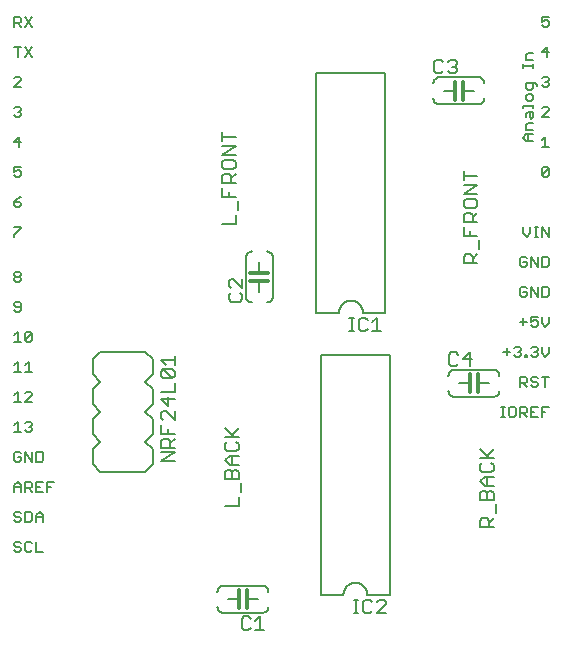
<source format=gto>
G75*
%MOIN*%
%OFA0B0*%
%FSLAX25Y25*%
%IPPOS*%
%LPD*%
%AMOC8*
5,1,8,0,0,1.08239X$1,22.5*
%
%ADD10C,0.00600*%
%ADD11C,0.00500*%
%ADD12C,0.01200*%
D10*
X0020867Y0100824D02*
X0020300Y0101391D01*
X0020867Y0100824D02*
X0022001Y0100824D01*
X0022569Y0101391D01*
X0022569Y0101958D01*
X0022001Y0102525D01*
X0020867Y0102525D01*
X0020300Y0103092D01*
X0020300Y0103659D01*
X0020867Y0104227D01*
X0022001Y0104227D01*
X0022569Y0103659D01*
X0023983Y0103659D02*
X0023983Y0101391D01*
X0024550Y0100824D01*
X0025685Y0100824D01*
X0026252Y0101391D01*
X0027666Y0100824D02*
X0029935Y0100824D01*
X0027666Y0100824D02*
X0027666Y0104227D01*
X0026252Y0103659D02*
X0025685Y0104227D01*
X0024550Y0104227D01*
X0023983Y0103659D01*
X0023983Y0110824D02*
X0025685Y0110824D01*
X0026252Y0111391D01*
X0026252Y0113659D01*
X0025685Y0114227D01*
X0023983Y0114227D01*
X0023983Y0110824D01*
X0022569Y0111391D02*
X0022001Y0110824D01*
X0020867Y0110824D01*
X0020300Y0111391D01*
X0020867Y0112525D02*
X0022001Y0112525D01*
X0022569Y0111958D01*
X0022569Y0111391D01*
X0020867Y0112525D02*
X0020300Y0113092D01*
X0020300Y0113659D01*
X0020867Y0114227D01*
X0022001Y0114227D01*
X0022569Y0113659D01*
X0027666Y0113092D02*
X0027666Y0110824D01*
X0027666Y0112525D02*
X0029935Y0112525D01*
X0029935Y0113092D02*
X0029935Y0110824D01*
X0029935Y0113092D02*
X0028801Y0114227D01*
X0027666Y0113092D01*
X0027666Y0120824D02*
X0029935Y0120824D01*
X0031349Y0120824D02*
X0031349Y0124227D01*
X0033618Y0124227D01*
X0032484Y0122525D02*
X0031349Y0122525D01*
X0029935Y0124227D02*
X0027666Y0124227D01*
X0027666Y0120824D01*
X0026252Y0120824D02*
X0025117Y0121958D01*
X0025685Y0121958D02*
X0023983Y0121958D01*
X0023983Y0120824D02*
X0023983Y0124227D01*
X0025685Y0124227D01*
X0026252Y0123659D01*
X0026252Y0122525D01*
X0025685Y0121958D01*
X0027666Y0122525D02*
X0028801Y0122525D01*
X0022569Y0122525D02*
X0020300Y0122525D01*
X0020300Y0123092D02*
X0020300Y0120824D01*
X0020300Y0123092D02*
X0021434Y0124227D01*
X0022569Y0123092D01*
X0022569Y0120824D01*
X0022001Y0130824D02*
X0020867Y0130824D01*
X0020300Y0131391D01*
X0020300Y0133659D01*
X0020867Y0134227D01*
X0022001Y0134227D01*
X0022569Y0133659D01*
X0022569Y0132525D02*
X0021434Y0132525D01*
X0022569Y0132525D02*
X0022569Y0131391D01*
X0022001Y0130824D01*
X0023983Y0130824D02*
X0023983Y0134227D01*
X0026252Y0130824D01*
X0026252Y0134227D01*
X0027666Y0134227D02*
X0029368Y0134227D01*
X0029935Y0133659D01*
X0029935Y0131391D01*
X0029368Y0130824D01*
X0027666Y0130824D01*
X0027666Y0134227D01*
X0025685Y0140824D02*
X0024550Y0140824D01*
X0023983Y0141391D01*
X0022569Y0140824D02*
X0020300Y0140824D01*
X0021434Y0140824D02*
X0021434Y0144227D01*
X0020300Y0143092D01*
X0023983Y0143659D02*
X0024550Y0144227D01*
X0025685Y0144227D01*
X0026252Y0143659D01*
X0026252Y0143092D01*
X0025685Y0142525D01*
X0026252Y0141958D01*
X0026252Y0141391D01*
X0025685Y0140824D01*
X0025685Y0142525D02*
X0025117Y0142525D01*
X0023983Y0150824D02*
X0026252Y0153092D01*
X0026252Y0153659D01*
X0025685Y0154227D01*
X0024550Y0154227D01*
X0023983Y0153659D01*
X0021434Y0154227D02*
X0021434Y0150824D01*
X0020300Y0150824D02*
X0022569Y0150824D01*
X0023983Y0150824D02*
X0026252Y0150824D01*
X0021434Y0154227D02*
X0020300Y0153092D01*
X0020300Y0160824D02*
X0022569Y0160824D01*
X0021434Y0160824D02*
X0021434Y0164227D01*
X0020300Y0163092D01*
X0023983Y0163092D02*
X0025117Y0164227D01*
X0025117Y0160824D01*
X0023983Y0160824D02*
X0026252Y0160824D01*
X0025685Y0170824D02*
X0024550Y0170824D01*
X0023983Y0171391D01*
X0026252Y0173659D01*
X0026252Y0171391D01*
X0025685Y0170824D01*
X0023983Y0171391D02*
X0023983Y0173659D01*
X0024550Y0174227D01*
X0025685Y0174227D01*
X0026252Y0173659D01*
X0022569Y0170824D02*
X0020300Y0170824D01*
X0021434Y0170824D02*
X0021434Y0174227D01*
X0020300Y0173092D01*
X0020867Y0180824D02*
X0022001Y0180824D01*
X0022569Y0181391D01*
X0022569Y0183659D01*
X0022001Y0184227D01*
X0020867Y0184227D01*
X0020300Y0183659D01*
X0020300Y0183092D01*
X0020867Y0182525D01*
X0022569Y0182525D01*
X0020867Y0180824D02*
X0020300Y0181391D01*
X0020867Y0190824D02*
X0020300Y0191391D01*
X0020300Y0191958D01*
X0020867Y0192525D01*
X0022001Y0192525D01*
X0022569Y0191958D01*
X0022569Y0191391D01*
X0022001Y0190824D01*
X0020867Y0190824D01*
X0020867Y0192525D02*
X0020300Y0193092D01*
X0020300Y0193659D01*
X0020867Y0194227D01*
X0022001Y0194227D01*
X0022569Y0193659D01*
X0022569Y0193092D01*
X0022001Y0192525D01*
X0020300Y0205824D02*
X0020300Y0206391D01*
X0022569Y0208659D01*
X0022569Y0209227D01*
X0020300Y0209227D01*
X0020867Y0215824D02*
X0022001Y0215824D01*
X0022569Y0216391D01*
X0022569Y0216958D01*
X0022001Y0217525D01*
X0020300Y0217525D01*
X0020300Y0216391D01*
X0020867Y0215824D01*
X0020300Y0217525D02*
X0021434Y0218659D01*
X0022569Y0219227D01*
X0022001Y0225824D02*
X0020867Y0225824D01*
X0020300Y0226391D01*
X0020300Y0227525D02*
X0021434Y0228092D01*
X0022001Y0228092D01*
X0022569Y0227525D01*
X0022569Y0226391D01*
X0022001Y0225824D01*
X0020300Y0227525D02*
X0020300Y0229227D01*
X0022569Y0229227D01*
X0022001Y0235824D02*
X0022001Y0239227D01*
X0020300Y0237525D01*
X0022569Y0237525D01*
X0022001Y0245824D02*
X0020867Y0245824D01*
X0020300Y0246391D01*
X0021434Y0247525D02*
X0022001Y0247525D01*
X0022569Y0246958D01*
X0022569Y0246391D01*
X0022001Y0245824D01*
X0022001Y0247525D02*
X0022569Y0248092D01*
X0022569Y0248659D01*
X0022001Y0249227D01*
X0020867Y0249227D01*
X0020300Y0248659D01*
X0020300Y0255824D02*
X0022569Y0258092D01*
X0022569Y0258659D01*
X0022001Y0259227D01*
X0020867Y0259227D01*
X0020300Y0258659D01*
X0020300Y0255824D02*
X0022569Y0255824D01*
X0021434Y0265824D02*
X0021434Y0269227D01*
X0020300Y0269227D02*
X0022569Y0269227D01*
X0023983Y0269227D02*
X0026252Y0265824D01*
X0023983Y0265824D02*
X0026252Y0269227D01*
X0026252Y0275824D02*
X0023983Y0279227D01*
X0022569Y0278659D02*
X0022001Y0279227D01*
X0020300Y0279227D01*
X0020300Y0275824D01*
X0020300Y0276958D02*
X0022001Y0276958D01*
X0022569Y0277525D01*
X0022569Y0278659D01*
X0021434Y0276958D02*
X0022569Y0275824D01*
X0023983Y0275824D02*
X0026252Y0279227D01*
X0097500Y0198924D02*
X0097500Y0185924D01*
X0097502Y0185837D01*
X0097508Y0185750D01*
X0097517Y0185663D01*
X0097530Y0185577D01*
X0097547Y0185491D01*
X0097568Y0185406D01*
X0097593Y0185323D01*
X0097621Y0185240D01*
X0097652Y0185159D01*
X0097687Y0185079D01*
X0097726Y0185001D01*
X0097768Y0184924D01*
X0097813Y0184849D01*
X0097862Y0184777D01*
X0097913Y0184706D01*
X0097968Y0184638D01*
X0098025Y0184573D01*
X0098086Y0184510D01*
X0098149Y0184449D01*
X0098214Y0184392D01*
X0098282Y0184337D01*
X0098353Y0184286D01*
X0098425Y0184237D01*
X0098500Y0184192D01*
X0098577Y0184150D01*
X0098655Y0184111D01*
X0098735Y0184076D01*
X0098816Y0184045D01*
X0098899Y0184017D01*
X0098982Y0183992D01*
X0099067Y0183971D01*
X0099153Y0183954D01*
X0099239Y0183941D01*
X0099326Y0183932D01*
X0099413Y0183926D01*
X0099500Y0183924D01*
X0102000Y0187424D02*
X0102000Y0191224D01*
X0102000Y0193724D02*
X0102000Y0197424D01*
X0099500Y0200924D02*
X0099413Y0200922D01*
X0099326Y0200916D01*
X0099239Y0200907D01*
X0099153Y0200894D01*
X0099067Y0200877D01*
X0098982Y0200856D01*
X0098899Y0200831D01*
X0098816Y0200803D01*
X0098735Y0200772D01*
X0098655Y0200737D01*
X0098577Y0200698D01*
X0098500Y0200656D01*
X0098425Y0200611D01*
X0098353Y0200562D01*
X0098282Y0200511D01*
X0098214Y0200456D01*
X0098149Y0200399D01*
X0098086Y0200338D01*
X0098025Y0200275D01*
X0097968Y0200210D01*
X0097913Y0200142D01*
X0097862Y0200071D01*
X0097813Y0199999D01*
X0097768Y0199924D01*
X0097726Y0199847D01*
X0097687Y0199769D01*
X0097652Y0199689D01*
X0097621Y0199608D01*
X0097593Y0199525D01*
X0097568Y0199442D01*
X0097547Y0199357D01*
X0097530Y0199271D01*
X0097517Y0199185D01*
X0097508Y0199098D01*
X0097502Y0199011D01*
X0097500Y0198924D01*
X0104500Y0200924D02*
X0104587Y0200922D01*
X0104674Y0200916D01*
X0104761Y0200907D01*
X0104847Y0200894D01*
X0104933Y0200877D01*
X0105018Y0200856D01*
X0105101Y0200831D01*
X0105184Y0200803D01*
X0105265Y0200772D01*
X0105345Y0200737D01*
X0105423Y0200698D01*
X0105500Y0200656D01*
X0105575Y0200611D01*
X0105647Y0200562D01*
X0105718Y0200511D01*
X0105786Y0200456D01*
X0105851Y0200399D01*
X0105914Y0200338D01*
X0105975Y0200275D01*
X0106032Y0200210D01*
X0106087Y0200142D01*
X0106138Y0200071D01*
X0106187Y0199999D01*
X0106232Y0199924D01*
X0106274Y0199847D01*
X0106313Y0199769D01*
X0106348Y0199689D01*
X0106379Y0199608D01*
X0106407Y0199525D01*
X0106432Y0199442D01*
X0106453Y0199357D01*
X0106470Y0199271D01*
X0106483Y0199185D01*
X0106492Y0199098D01*
X0106498Y0199011D01*
X0106500Y0198924D01*
X0106500Y0185924D01*
X0106498Y0185837D01*
X0106492Y0185750D01*
X0106483Y0185663D01*
X0106470Y0185577D01*
X0106453Y0185491D01*
X0106432Y0185406D01*
X0106407Y0185323D01*
X0106379Y0185240D01*
X0106348Y0185159D01*
X0106313Y0185079D01*
X0106274Y0185001D01*
X0106232Y0184924D01*
X0106187Y0184849D01*
X0106138Y0184777D01*
X0106087Y0184706D01*
X0106032Y0184638D01*
X0105975Y0184573D01*
X0105914Y0184510D01*
X0105851Y0184449D01*
X0105786Y0184392D01*
X0105718Y0184337D01*
X0105647Y0184286D01*
X0105575Y0184237D01*
X0105500Y0184192D01*
X0105423Y0184150D01*
X0105345Y0184111D01*
X0105265Y0184076D01*
X0105184Y0184045D01*
X0105101Y0184017D01*
X0105018Y0183992D01*
X0104933Y0183971D01*
X0104847Y0183954D01*
X0104761Y0183941D01*
X0104674Y0183932D01*
X0104587Y0183926D01*
X0104500Y0183924D01*
X0121000Y0180524D02*
X0128500Y0180524D01*
X0128502Y0180650D01*
X0128508Y0180775D01*
X0128518Y0180900D01*
X0128532Y0181025D01*
X0128549Y0181150D01*
X0128571Y0181274D01*
X0128596Y0181397D01*
X0128626Y0181519D01*
X0128659Y0181640D01*
X0128696Y0181760D01*
X0128736Y0181879D01*
X0128781Y0181996D01*
X0128829Y0182113D01*
X0128881Y0182227D01*
X0128936Y0182340D01*
X0128995Y0182451D01*
X0129057Y0182560D01*
X0129123Y0182667D01*
X0129192Y0182772D01*
X0129264Y0182875D01*
X0129339Y0182976D01*
X0129418Y0183074D01*
X0129500Y0183169D01*
X0129584Y0183262D01*
X0129672Y0183352D01*
X0129762Y0183440D01*
X0129855Y0183524D01*
X0129950Y0183606D01*
X0130048Y0183685D01*
X0130149Y0183760D01*
X0130252Y0183832D01*
X0130357Y0183901D01*
X0130464Y0183967D01*
X0130573Y0184029D01*
X0130684Y0184088D01*
X0130797Y0184143D01*
X0130911Y0184195D01*
X0131028Y0184243D01*
X0131145Y0184288D01*
X0131264Y0184328D01*
X0131384Y0184365D01*
X0131505Y0184398D01*
X0131627Y0184428D01*
X0131750Y0184453D01*
X0131874Y0184475D01*
X0131999Y0184492D01*
X0132124Y0184506D01*
X0132249Y0184516D01*
X0132374Y0184522D01*
X0132500Y0184524D01*
X0132626Y0184522D01*
X0132751Y0184516D01*
X0132876Y0184506D01*
X0133001Y0184492D01*
X0133126Y0184475D01*
X0133250Y0184453D01*
X0133373Y0184428D01*
X0133495Y0184398D01*
X0133616Y0184365D01*
X0133736Y0184328D01*
X0133855Y0184288D01*
X0133972Y0184243D01*
X0134089Y0184195D01*
X0134203Y0184143D01*
X0134316Y0184088D01*
X0134427Y0184029D01*
X0134536Y0183967D01*
X0134643Y0183901D01*
X0134748Y0183832D01*
X0134851Y0183760D01*
X0134952Y0183685D01*
X0135050Y0183606D01*
X0135145Y0183524D01*
X0135238Y0183440D01*
X0135328Y0183352D01*
X0135416Y0183262D01*
X0135500Y0183169D01*
X0135582Y0183074D01*
X0135661Y0182976D01*
X0135736Y0182875D01*
X0135808Y0182772D01*
X0135877Y0182667D01*
X0135943Y0182560D01*
X0136005Y0182451D01*
X0136064Y0182340D01*
X0136119Y0182227D01*
X0136171Y0182113D01*
X0136219Y0181996D01*
X0136264Y0181879D01*
X0136304Y0181760D01*
X0136341Y0181640D01*
X0136374Y0181519D01*
X0136404Y0181397D01*
X0136429Y0181274D01*
X0136451Y0181150D01*
X0136468Y0181025D01*
X0136482Y0180900D01*
X0136492Y0180775D01*
X0136498Y0180650D01*
X0136500Y0180524D01*
X0144000Y0180524D01*
X0144000Y0260524D01*
X0121000Y0260524D01*
X0121000Y0180524D01*
X0122500Y0166524D02*
X0145500Y0166524D01*
X0145500Y0086524D01*
X0138000Y0086524D01*
X0137998Y0086650D01*
X0137992Y0086775D01*
X0137982Y0086900D01*
X0137968Y0087025D01*
X0137951Y0087150D01*
X0137929Y0087274D01*
X0137904Y0087397D01*
X0137874Y0087519D01*
X0137841Y0087640D01*
X0137804Y0087760D01*
X0137764Y0087879D01*
X0137719Y0087996D01*
X0137671Y0088113D01*
X0137619Y0088227D01*
X0137564Y0088340D01*
X0137505Y0088451D01*
X0137443Y0088560D01*
X0137377Y0088667D01*
X0137308Y0088772D01*
X0137236Y0088875D01*
X0137161Y0088976D01*
X0137082Y0089074D01*
X0137000Y0089169D01*
X0136916Y0089262D01*
X0136828Y0089352D01*
X0136738Y0089440D01*
X0136645Y0089524D01*
X0136550Y0089606D01*
X0136452Y0089685D01*
X0136351Y0089760D01*
X0136248Y0089832D01*
X0136143Y0089901D01*
X0136036Y0089967D01*
X0135927Y0090029D01*
X0135816Y0090088D01*
X0135703Y0090143D01*
X0135589Y0090195D01*
X0135472Y0090243D01*
X0135355Y0090288D01*
X0135236Y0090328D01*
X0135116Y0090365D01*
X0134995Y0090398D01*
X0134873Y0090428D01*
X0134750Y0090453D01*
X0134626Y0090475D01*
X0134501Y0090492D01*
X0134376Y0090506D01*
X0134251Y0090516D01*
X0134126Y0090522D01*
X0134000Y0090524D01*
X0133874Y0090522D01*
X0133749Y0090516D01*
X0133624Y0090506D01*
X0133499Y0090492D01*
X0133374Y0090475D01*
X0133250Y0090453D01*
X0133127Y0090428D01*
X0133005Y0090398D01*
X0132884Y0090365D01*
X0132764Y0090328D01*
X0132645Y0090288D01*
X0132528Y0090243D01*
X0132411Y0090195D01*
X0132297Y0090143D01*
X0132184Y0090088D01*
X0132073Y0090029D01*
X0131964Y0089967D01*
X0131857Y0089901D01*
X0131752Y0089832D01*
X0131649Y0089760D01*
X0131548Y0089685D01*
X0131450Y0089606D01*
X0131355Y0089524D01*
X0131262Y0089440D01*
X0131172Y0089352D01*
X0131084Y0089262D01*
X0131000Y0089169D01*
X0130918Y0089074D01*
X0130839Y0088976D01*
X0130764Y0088875D01*
X0130692Y0088772D01*
X0130623Y0088667D01*
X0130557Y0088560D01*
X0130495Y0088451D01*
X0130436Y0088340D01*
X0130381Y0088227D01*
X0130329Y0088113D01*
X0130281Y0087996D01*
X0130236Y0087879D01*
X0130196Y0087760D01*
X0130159Y0087640D01*
X0130126Y0087519D01*
X0130096Y0087397D01*
X0130071Y0087274D01*
X0130049Y0087150D01*
X0130032Y0087025D01*
X0130018Y0086900D01*
X0130008Y0086775D01*
X0130002Y0086650D01*
X0130000Y0086524D01*
X0122500Y0086524D01*
X0122500Y0166524D01*
X0167000Y0161524D02*
X0180000Y0161524D01*
X0180087Y0161522D01*
X0180174Y0161516D01*
X0180261Y0161507D01*
X0180347Y0161494D01*
X0180433Y0161477D01*
X0180518Y0161456D01*
X0180601Y0161431D01*
X0180684Y0161403D01*
X0180765Y0161372D01*
X0180845Y0161337D01*
X0180923Y0161298D01*
X0181000Y0161256D01*
X0181075Y0161211D01*
X0181147Y0161162D01*
X0181218Y0161111D01*
X0181286Y0161056D01*
X0181351Y0160999D01*
X0181414Y0160938D01*
X0181475Y0160875D01*
X0181532Y0160810D01*
X0181587Y0160742D01*
X0181638Y0160671D01*
X0181687Y0160599D01*
X0181732Y0160524D01*
X0181774Y0160447D01*
X0181813Y0160369D01*
X0181848Y0160289D01*
X0181879Y0160208D01*
X0181907Y0160125D01*
X0181932Y0160042D01*
X0181953Y0159957D01*
X0181970Y0159871D01*
X0181983Y0159785D01*
X0181992Y0159698D01*
X0181998Y0159611D01*
X0182000Y0159524D01*
X0178500Y0157024D02*
X0174800Y0157024D01*
X0172300Y0157024D02*
X0168500Y0157024D01*
X0165000Y0159524D02*
X0165002Y0159611D01*
X0165008Y0159698D01*
X0165017Y0159785D01*
X0165030Y0159871D01*
X0165047Y0159957D01*
X0165068Y0160042D01*
X0165093Y0160125D01*
X0165121Y0160208D01*
X0165152Y0160289D01*
X0165187Y0160369D01*
X0165226Y0160447D01*
X0165268Y0160524D01*
X0165313Y0160599D01*
X0165362Y0160671D01*
X0165413Y0160742D01*
X0165468Y0160810D01*
X0165525Y0160875D01*
X0165586Y0160938D01*
X0165649Y0160999D01*
X0165714Y0161056D01*
X0165782Y0161111D01*
X0165853Y0161162D01*
X0165925Y0161211D01*
X0166000Y0161256D01*
X0166077Y0161298D01*
X0166155Y0161337D01*
X0166235Y0161372D01*
X0166316Y0161403D01*
X0166399Y0161431D01*
X0166482Y0161456D01*
X0166567Y0161477D01*
X0166653Y0161494D01*
X0166739Y0161507D01*
X0166826Y0161516D01*
X0166913Y0161522D01*
X0167000Y0161524D01*
X0165000Y0154524D02*
X0165002Y0154437D01*
X0165008Y0154350D01*
X0165017Y0154263D01*
X0165030Y0154177D01*
X0165047Y0154091D01*
X0165068Y0154006D01*
X0165093Y0153923D01*
X0165121Y0153840D01*
X0165152Y0153759D01*
X0165187Y0153679D01*
X0165226Y0153601D01*
X0165268Y0153524D01*
X0165313Y0153449D01*
X0165362Y0153377D01*
X0165413Y0153306D01*
X0165468Y0153238D01*
X0165525Y0153173D01*
X0165586Y0153110D01*
X0165649Y0153049D01*
X0165714Y0152992D01*
X0165782Y0152937D01*
X0165853Y0152886D01*
X0165925Y0152837D01*
X0166000Y0152792D01*
X0166077Y0152750D01*
X0166155Y0152711D01*
X0166235Y0152676D01*
X0166316Y0152645D01*
X0166399Y0152617D01*
X0166482Y0152592D01*
X0166567Y0152571D01*
X0166653Y0152554D01*
X0166739Y0152541D01*
X0166826Y0152532D01*
X0166913Y0152526D01*
X0167000Y0152524D01*
X0180000Y0152524D01*
X0180087Y0152526D01*
X0180174Y0152532D01*
X0180261Y0152541D01*
X0180347Y0152554D01*
X0180433Y0152571D01*
X0180518Y0152592D01*
X0180601Y0152617D01*
X0180684Y0152645D01*
X0180765Y0152676D01*
X0180845Y0152711D01*
X0180923Y0152750D01*
X0181000Y0152792D01*
X0181075Y0152837D01*
X0181147Y0152886D01*
X0181218Y0152937D01*
X0181286Y0152992D01*
X0181351Y0153049D01*
X0181414Y0153110D01*
X0181475Y0153173D01*
X0181532Y0153238D01*
X0181587Y0153306D01*
X0181638Y0153377D01*
X0181687Y0153449D01*
X0181732Y0153524D01*
X0181774Y0153601D01*
X0181813Y0153679D01*
X0181848Y0153759D01*
X0181879Y0153840D01*
X0181907Y0153923D01*
X0181932Y0154006D01*
X0181953Y0154091D01*
X0181970Y0154177D01*
X0181983Y0154263D01*
X0181992Y0154350D01*
X0181998Y0154437D01*
X0182000Y0154524D01*
X0182662Y0149227D02*
X0183796Y0149227D01*
X0183229Y0149227D02*
X0183229Y0145824D01*
X0182662Y0145824D02*
X0183796Y0145824D01*
X0185117Y0146391D02*
X0185685Y0145824D01*
X0186819Y0145824D01*
X0187386Y0146391D01*
X0187386Y0148659D01*
X0186819Y0149227D01*
X0185685Y0149227D01*
X0185117Y0148659D01*
X0185117Y0146391D01*
X0188801Y0146958D02*
X0190502Y0146958D01*
X0191069Y0147525D01*
X0191069Y0148659D01*
X0190502Y0149227D01*
X0188801Y0149227D01*
X0188801Y0145824D01*
X0189935Y0146958D02*
X0191069Y0145824D01*
X0192484Y0145824D02*
X0192484Y0149227D01*
X0194752Y0149227D01*
X0196167Y0149227D02*
X0198435Y0149227D01*
X0197301Y0147525D02*
X0196167Y0147525D01*
X0196167Y0145824D02*
X0196167Y0149227D01*
X0193618Y0147525D02*
X0192484Y0147525D01*
X0192484Y0145824D02*
X0194752Y0145824D01*
X0194185Y0155824D02*
X0193051Y0155824D01*
X0192484Y0156391D01*
X0193051Y0157525D02*
X0194185Y0157525D01*
X0194752Y0156958D01*
X0194752Y0156391D01*
X0194185Y0155824D01*
X0193051Y0157525D02*
X0192484Y0158092D01*
X0192484Y0158659D01*
X0193051Y0159227D01*
X0194185Y0159227D01*
X0194752Y0158659D01*
X0196167Y0159227D02*
X0198435Y0159227D01*
X0197301Y0159227D02*
X0197301Y0155824D01*
X0191069Y0155824D02*
X0189935Y0156958D01*
X0190502Y0156958D02*
X0188801Y0156958D01*
X0188801Y0155824D02*
X0188801Y0159227D01*
X0190502Y0159227D01*
X0191069Y0158659D01*
X0191069Y0157525D01*
X0190502Y0156958D01*
X0190642Y0165824D02*
X0191209Y0165824D01*
X0191209Y0166391D01*
X0190642Y0166391D01*
X0190642Y0165824D01*
X0189228Y0166391D02*
X0188660Y0165824D01*
X0187526Y0165824D01*
X0186959Y0166391D01*
X0188093Y0167525D02*
X0188660Y0167525D01*
X0189228Y0166958D01*
X0189228Y0166391D01*
X0188660Y0167525D02*
X0189228Y0168092D01*
X0189228Y0168659D01*
X0188660Y0169227D01*
X0187526Y0169227D01*
X0186959Y0168659D01*
X0185544Y0167525D02*
X0183276Y0167525D01*
X0184410Y0168659D02*
X0184410Y0166391D01*
X0189935Y0176391D02*
X0189935Y0178659D01*
X0188801Y0177525D02*
X0191069Y0177525D01*
X0192484Y0177525D02*
X0193618Y0178092D01*
X0194185Y0178092D01*
X0194752Y0177525D01*
X0194752Y0176391D01*
X0194185Y0175824D01*
X0193051Y0175824D01*
X0192484Y0176391D01*
X0192484Y0177525D02*
X0192484Y0179227D01*
X0194752Y0179227D01*
X0196167Y0179227D02*
X0196167Y0176958D01*
X0197301Y0175824D01*
X0198435Y0176958D01*
X0198435Y0179227D01*
X0197868Y0185824D02*
X0196167Y0185824D01*
X0196167Y0189227D01*
X0197868Y0189227D01*
X0198435Y0188659D01*
X0198435Y0186391D01*
X0197868Y0185824D01*
X0194752Y0185824D02*
X0194752Y0189227D01*
X0192484Y0189227D02*
X0194752Y0185824D01*
X0192484Y0185824D02*
X0192484Y0189227D01*
X0191069Y0188659D02*
X0190502Y0189227D01*
X0189368Y0189227D01*
X0188801Y0188659D01*
X0188801Y0186391D01*
X0189368Y0185824D01*
X0190502Y0185824D01*
X0191069Y0186391D01*
X0191069Y0187525D01*
X0189935Y0187525D01*
X0189368Y0195824D02*
X0190502Y0195824D01*
X0191069Y0196391D01*
X0191069Y0197525D01*
X0189935Y0197525D01*
X0191069Y0198659D02*
X0190502Y0199227D01*
X0189368Y0199227D01*
X0188801Y0198659D01*
X0188801Y0196391D01*
X0189368Y0195824D01*
X0192484Y0195824D02*
X0192484Y0199227D01*
X0194752Y0195824D01*
X0194752Y0199227D01*
X0196167Y0199227D02*
X0197868Y0199227D01*
X0198435Y0198659D01*
X0198435Y0196391D01*
X0197868Y0195824D01*
X0196167Y0195824D01*
X0196167Y0199227D01*
X0196167Y0205824D02*
X0196167Y0209227D01*
X0198435Y0205824D01*
X0198435Y0209227D01*
X0194846Y0209227D02*
X0193711Y0209227D01*
X0194279Y0209227D02*
X0194279Y0205824D01*
X0194846Y0205824D02*
X0193711Y0205824D01*
X0192297Y0206958D02*
X0192297Y0209227D01*
X0190028Y0209227D02*
X0190028Y0206958D01*
X0191163Y0205824D01*
X0192297Y0206958D01*
X0196734Y0225824D02*
X0196167Y0226391D01*
X0198435Y0228659D01*
X0198435Y0226391D01*
X0197868Y0225824D01*
X0196734Y0225824D01*
X0196167Y0226391D02*
X0196167Y0228659D01*
X0196734Y0229227D01*
X0197868Y0229227D01*
X0198435Y0228659D01*
X0198435Y0235824D02*
X0196167Y0235824D01*
X0197301Y0235824D02*
X0197301Y0239227D01*
X0196167Y0238092D01*
X0193250Y0237631D02*
X0190981Y0237631D01*
X0189847Y0238765D01*
X0190981Y0239899D01*
X0193250Y0239899D01*
X0193250Y0241314D02*
X0190981Y0241314D01*
X0190981Y0243015D01*
X0191549Y0243582D01*
X0193250Y0243582D01*
X0192683Y0244997D02*
X0192116Y0245564D01*
X0192116Y0247266D01*
X0191549Y0247266D02*
X0193250Y0247266D01*
X0193250Y0245564D01*
X0192683Y0244997D01*
X0190981Y0245564D02*
X0190981Y0246698D01*
X0191549Y0247266D01*
X0193250Y0248680D02*
X0193250Y0249814D01*
X0193250Y0249247D02*
X0189847Y0249247D01*
X0189847Y0248680D01*
X0191549Y0251136D02*
X0192683Y0251136D01*
X0193250Y0251703D01*
X0193250Y0252837D01*
X0192683Y0253404D01*
X0191549Y0253404D01*
X0190981Y0252837D01*
X0190981Y0251703D01*
X0191549Y0251136D01*
X0191549Y0254819D02*
X0192683Y0254819D01*
X0193250Y0255386D01*
X0193250Y0257087D01*
X0193817Y0257087D02*
X0190981Y0257087D01*
X0190981Y0255386D01*
X0191549Y0254819D01*
X0194384Y0255953D02*
X0194384Y0256520D01*
X0193817Y0257087D01*
X0196167Y0256391D02*
X0196734Y0255824D01*
X0197868Y0255824D01*
X0198435Y0256391D01*
X0198435Y0256958D01*
X0197868Y0257525D01*
X0197301Y0257525D01*
X0197868Y0257525D02*
X0198435Y0258092D01*
X0198435Y0258659D01*
X0197868Y0259227D01*
X0196734Y0259227D01*
X0196167Y0258659D01*
X0193250Y0262185D02*
X0193250Y0263319D01*
X0193250Y0262752D02*
X0189847Y0262752D01*
X0189847Y0262185D02*
X0189847Y0263319D01*
X0190981Y0264640D02*
X0190981Y0266342D01*
X0191549Y0266909D01*
X0193250Y0266909D01*
X0193250Y0264640D02*
X0190981Y0264640D01*
X0196167Y0267525D02*
X0198435Y0267525D01*
X0197868Y0265824D02*
X0197868Y0269227D01*
X0196167Y0267525D01*
X0196734Y0275824D02*
X0196167Y0276391D01*
X0196734Y0275824D02*
X0197868Y0275824D01*
X0198435Y0276391D01*
X0198435Y0277525D01*
X0197868Y0278092D01*
X0197301Y0278092D01*
X0196167Y0277525D01*
X0196167Y0279227D01*
X0198435Y0279227D01*
X0197868Y0249227D02*
X0196734Y0249227D01*
X0196167Y0248659D01*
X0197868Y0249227D02*
X0198435Y0248659D01*
X0198435Y0248092D01*
X0196167Y0245824D01*
X0198435Y0245824D01*
X0191549Y0239899D02*
X0191549Y0237631D01*
X0175000Y0250024D02*
X0162000Y0250024D01*
X0161913Y0250026D01*
X0161826Y0250032D01*
X0161739Y0250041D01*
X0161653Y0250054D01*
X0161567Y0250071D01*
X0161482Y0250092D01*
X0161399Y0250117D01*
X0161316Y0250145D01*
X0161235Y0250176D01*
X0161155Y0250211D01*
X0161077Y0250250D01*
X0161000Y0250292D01*
X0160925Y0250337D01*
X0160853Y0250386D01*
X0160782Y0250437D01*
X0160714Y0250492D01*
X0160649Y0250549D01*
X0160586Y0250610D01*
X0160525Y0250673D01*
X0160468Y0250738D01*
X0160413Y0250806D01*
X0160362Y0250877D01*
X0160313Y0250949D01*
X0160268Y0251024D01*
X0160226Y0251101D01*
X0160187Y0251179D01*
X0160152Y0251259D01*
X0160121Y0251340D01*
X0160093Y0251423D01*
X0160068Y0251506D01*
X0160047Y0251591D01*
X0160030Y0251677D01*
X0160017Y0251763D01*
X0160008Y0251850D01*
X0160002Y0251937D01*
X0160000Y0252024D01*
X0163500Y0254524D02*
X0167300Y0254524D01*
X0169800Y0254524D02*
X0173500Y0254524D01*
X0177000Y0257024D02*
X0176998Y0257111D01*
X0176992Y0257198D01*
X0176983Y0257285D01*
X0176970Y0257371D01*
X0176953Y0257457D01*
X0176932Y0257542D01*
X0176907Y0257625D01*
X0176879Y0257708D01*
X0176848Y0257789D01*
X0176813Y0257869D01*
X0176774Y0257947D01*
X0176732Y0258024D01*
X0176687Y0258099D01*
X0176638Y0258171D01*
X0176587Y0258242D01*
X0176532Y0258310D01*
X0176475Y0258375D01*
X0176414Y0258438D01*
X0176351Y0258499D01*
X0176286Y0258556D01*
X0176218Y0258611D01*
X0176147Y0258662D01*
X0176075Y0258711D01*
X0176000Y0258756D01*
X0175923Y0258798D01*
X0175845Y0258837D01*
X0175765Y0258872D01*
X0175684Y0258903D01*
X0175601Y0258931D01*
X0175518Y0258956D01*
X0175433Y0258977D01*
X0175347Y0258994D01*
X0175261Y0259007D01*
X0175174Y0259016D01*
X0175087Y0259022D01*
X0175000Y0259024D01*
X0162000Y0259024D01*
X0161913Y0259022D01*
X0161826Y0259016D01*
X0161739Y0259007D01*
X0161653Y0258994D01*
X0161567Y0258977D01*
X0161482Y0258956D01*
X0161399Y0258931D01*
X0161316Y0258903D01*
X0161235Y0258872D01*
X0161155Y0258837D01*
X0161077Y0258798D01*
X0161000Y0258756D01*
X0160925Y0258711D01*
X0160853Y0258662D01*
X0160782Y0258611D01*
X0160714Y0258556D01*
X0160649Y0258499D01*
X0160586Y0258438D01*
X0160525Y0258375D01*
X0160468Y0258310D01*
X0160413Y0258242D01*
X0160362Y0258171D01*
X0160313Y0258099D01*
X0160268Y0258024D01*
X0160226Y0257947D01*
X0160187Y0257869D01*
X0160152Y0257789D01*
X0160121Y0257708D01*
X0160093Y0257625D01*
X0160068Y0257542D01*
X0160047Y0257457D01*
X0160030Y0257371D01*
X0160017Y0257285D01*
X0160008Y0257198D01*
X0160002Y0257111D01*
X0160000Y0257024D01*
X0175000Y0250024D02*
X0175087Y0250026D01*
X0175174Y0250032D01*
X0175261Y0250041D01*
X0175347Y0250054D01*
X0175433Y0250071D01*
X0175518Y0250092D01*
X0175601Y0250117D01*
X0175684Y0250145D01*
X0175765Y0250176D01*
X0175845Y0250211D01*
X0175923Y0250250D01*
X0176000Y0250292D01*
X0176075Y0250337D01*
X0176147Y0250386D01*
X0176218Y0250437D01*
X0176286Y0250492D01*
X0176351Y0250549D01*
X0176414Y0250610D01*
X0176475Y0250673D01*
X0176532Y0250738D01*
X0176587Y0250806D01*
X0176638Y0250877D01*
X0176687Y0250949D01*
X0176732Y0251024D01*
X0176774Y0251101D01*
X0176813Y0251179D01*
X0176848Y0251259D01*
X0176879Y0251340D01*
X0176907Y0251423D01*
X0176932Y0251506D01*
X0176953Y0251591D01*
X0176970Y0251677D01*
X0176983Y0251763D01*
X0176992Y0251850D01*
X0176998Y0251937D01*
X0177000Y0252024D01*
X0193051Y0169227D02*
X0194185Y0169227D01*
X0194752Y0168659D01*
X0194752Y0168092D01*
X0194185Y0167525D01*
X0194752Y0166958D01*
X0194752Y0166391D01*
X0194185Y0165824D01*
X0193051Y0165824D01*
X0192484Y0166391D01*
X0193618Y0167525D02*
X0194185Y0167525D01*
X0192484Y0168659D02*
X0193051Y0169227D01*
X0196167Y0169227D02*
X0196167Y0166958D01*
X0197301Y0165824D01*
X0198435Y0166958D01*
X0198435Y0169227D01*
X0103000Y0089524D02*
X0090000Y0089524D01*
X0089913Y0089522D01*
X0089826Y0089516D01*
X0089739Y0089507D01*
X0089653Y0089494D01*
X0089567Y0089477D01*
X0089482Y0089456D01*
X0089399Y0089431D01*
X0089316Y0089403D01*
X0089235Y0089372D01*
X0089155Y0089337D01*
X0089077Y0089298D01*
X0089000Y0089256D01*
X0088925Y0089211D01*
X0088853Y0089162D01*
X0088782Y0089111D01*
X0088714Y0089056D01*
X0088649Y0088999D01*
X0088586Y0088938D01*
X0088525Y0088875D01*
X0088468Y0088810D01*
X0088413Y0088742D01*
X0088362Y0088671D01*
X0088313Y0088599D01*
X0088268Y0088524D01*
X0088226Y0088447D01*
X0088187Y0088369D01*
X0088152Y0088289D01*
X0088121Y0088208D01*
X0088093Y0088125D01*
X0088068Y0088042D01*
X0088047Y0087957D01*
X0088030Y0087871D01*
X0088017Y0087785D01*
X0088008Y0087698D01*
X0088002Y0087611D01*
X0088000Y0087524D01*
X0091500Y0085024D02*
X0095200Y0085024D01*
X0097700Y0085024D02*
X0101500Y0085024D01*
X0105000Y0087524D02*
X0104998Y0087611D01*
X0104992Y0087698D01*
X0104983Y0087785D01*
X0104970Y0087871D01*
X0104953Y0087957D01*
X0104932Y0088042D01*
X0104907Y0088125D01*
X0104879Y0088208D01*
X0104848Y0088289D01*
X0104813Y0088369D01*
X0104774Y0088447D01*
X0104732Y0088524D01*
X0104687Y0088599D01*
X0104638Y0088671D01*
X0104587Y0088742D01*
X0104532Y0088810D01*
X0104475Y0088875D01*
X0104414Y0088938D01*
X0104351Y0088999D01*
X0104286Y0089056D01*
X0104218Y0089111D01*
X0104147Y0089162D01*
X0104075Y0089211D01*
X0104000Y0089256D01*
X0103923Y0089298D01*
X0103845Y0089337D01*
X0103765Y0089372D01*
X0103684Y0089403D01*
X0103601Y0089431D01*
X0103518Y0089456D01*
X0103433Y0089477D01*
X0103347Y0089494D01*
X0103261Y0089507D01*
X0103174Y0089516D01*
X0103087Y0089522D01*
X0103000Y0089524D01*
X0105000Y0082524D02*
X0104998Y0082437D01*
X0104992Y0082350D01*
X0104983Y0082263D01*
X0104970Y0082177D01*
X0104953Y0082091D01*
X0104932Y0082006D01*
X0104907Y0081923D01*
X0104879Y0081840D01*
X0104848Y0081759D01*
X0104813Y0081679D01*
X0104774Y0081601D01*
X0104732Y0081524D01*
X0104687Y0081449D01*
X0104638Y0081377D01*
X0104587Y0081306D01*
X0104532Y0081238D01*
X0104475Y0081173D01*
X0104414Y0081110D01*
X0104351Y0081049D01*
X0104286Y0080992D01*
X0104218Y0080937D01*
X0104147Y0080886D01*
X0104075Y0080837D01*
X0104000Y0080792D01*
X0103923Y0080750D01*
X0103845Y0080711D01*
X0103765Y0080676D01*
X0103684Y0080645D01*
X0103601Y0080617D01*
X0103518Y0080592D01*
X0103433Y0080571D01*
X0103347Y0080554D01*
X0103261Y0080541D01*
X0103174Y0080532D01*
X0103087Y0080526D01*
X0103000Y0080524D01*
X0090000Y0080524D01*
X0089913Y0080526D01*
X0089826Y0080532D01*
X0089739Y0080541D01*
X0089653Y0080554D01*
X0089567Y0080571D01*
X0089482Y0080592D01*
X0089399Y0080617D01*
X0089316Y0080645D01*
X0089235Y0080676D01*
X0089155Y0080711D01*
X0089077Y0080750D01*
X0089000Y0080792D01*
X0088925Y0080837D01*
X0088853Y0080886D01*
X0088782Y0080937D01*
X0088714Y0080992D01*
X0088649Y0081049D01*
X0088586Y0081110D01*
X0088525Y0081173D01*
X0088468Y0081238D01*
X0088413Y0081306D01*
X0088362Y0081377D01*
X0088313Y0081449D01*
X0088268Y0081524D01*
X0088226Y0081601D01*
X0088187Y0081679D01*
X0088152Y0081759D01*
X0088121Y0081840D01*
X0088093Y0081923D01*
X0088068Y0082006D01*
X0088047Y0082091D01*
X0088030Y0082177D01*
X0088017Y0082263D01*
X0088008Y0082350D01*
X0088002Y0082437D01*
X0088000Y0082524D01*
X0064000Y0127524D02*
X0049000Y0127524D01*
X0046500Y0130024D01*
X0046500Y0135024D01*
X0049000Y0137524D01*
X0046500Y0140024D01*
X0046500Y0145024D01*
X0049000Y0147524D01*
X0046500Y0150024D01*
X0046500Y0155024D01*
X0049000Y0157524D01*
X0046500Y0160024D01*
X0046500Y0165024D01*
X0049000Y0167524D01*
X0064000Y0167524D01*
X0066500Y0165024D01*
X0066500Y0160024D01*
X0064000Y0157524D01*
X0066500Y0155024D01*
X0066500Y0150024D01*
X0064000Y0147524D01*
X0066500Y0145024D01*
X0066500Y0140024D01*
X0064000Y0137524D01*
X0066500Y0135024D01*
X0066500Y0130024D01*
X0064000Y0127524D01*
D11*
X0069246Y0130942D02*
X0073750Y0133945D01*
X0069246Y0133945D01*
X0069246Y0135546D02*
X0069246Y0137798D01*
X0069997Y0138549D01*
X0071498Y0138549D01*
X0072249Y0137798D01*
X0072249Y0135546D01*
X0073750Y0135546D02*
X0069246Y0135546D01*
X0069246Y0140150D02*
X0069246Y0143153D01*
X0069997Y0144754D02*
X0069246Y0145505D01*
X0069246Y0147006D01*
X0069997Y0147756D01*
X0070747Y0147756D01*
X0073750Y0144754D01*
X0073750Y0147756D01*
X0071498Y0149358D02*
X0071498Y0152360D01*
X0069246Y0151610D02*
X0071498Y0149358D01*
X0073750Y0151610D02*
X0069246Y0151610D01*
X0069246Y0153962D02*
X0073750Y0153962D01*
X0073750Y0156964D01*
X0072999Y0158566D02*
X0069997Y0161568D01*
X0072999Y0161568D01*
X0073750Y0160818D01*
X0073750Y0159316D01*
X0072999Y0158566D01*
X0069997Y0158566D01*
X0069246Y0159316D01*
X0069246Y0160818D01*
X0069997Y0161568D01*
X0070747Y0163170D02*
X0069246Y0164671D01*
X0073750Y0164671D01*
X0073750Y0163170D02*
X0073750Y0166172D01*
X0071498Y0141651D02*
X0071498Y0140150D01*
X0073750Y0140150D02*
X0069246Y0140150D01*
X0072249Y0137047D02*
X0073750Y0138549D01*
X0073750Y0130942D02*
X0069246Y0130942D01*
X0090546Y0131287D02*
X0092047Y0132788D01*
X0095050Y0132788D01*
X0094299Y0134389D02*
X0095050Y0135140D01*
X0095050Y0136641D01*
X0094299Y0137392D01*
X0093549Y0138993D02*
X0090546Y0141996D01*
X0090546Y0138993D02*
X0095050Y0138993D01*
X0092798Y0139744D02*
X0095050Y0141996D01*
X0091297Y0137392D02*
X0090546Y0136641D01*
X0090546Y0135140D01*
X0091297Y0134389D01*
X0094299Y0134389D01*
X0092798Y0132788D02*
X0092798Y0129785D01*
X0092047Y0129785D02*
X0090546Y0131287D01*
X0092047Y0129785D02*
X0095050Y0129785D01*
X0094299Y0128184D02*
X0093549Y0128184D01*
X0092798Y0127433D01*
X0092798Y0125181D01*
X0090546Y0125181D02*
X0090546Y0127433D01*
X0091297Y0128184D01*
X0092047Y0128184D01*
X0092798Y0127433D01*
X0094299Y0128184D02*
X0095050Y0127433D01*
X0095050Y0125181D01*
X0090546Y0125181D01*
X0095801Y0123580D02*
X0095801Y0120578D01*
X0095050Y0118976D02*
X0095050Y0115974D01*
X0090546Y0115974D01*
X0096793Y0079277D02*
X0096042Y0078527D01*
X0096042Y0075524D01*
X0096793Y0074774D01*
X0098294Y0074774D01*
X0099045Y0075524D01*
X0100646Y0074774D02*
X0103649Y0074774D01*
X0102147Y0074774D02*
X0102147Y0079277D01*
X0100646Y0077776D01*
X0099045Y0078527D02*
X0098294Y0079277D01*
X0096793Y0079277D01*
X0133473Y0080274D02*
X0134974Y0080274D01*
X0134223Y0080274D02*
X0134223Y0084777D01*
X0133473Y0084777D02*
X0134974Y0084777D01*
X0136542Y0084027D02*
X0136542Y0081024D01*
X0137293Y0080274D01*
X0138794Y0080274D01*
X0139545Y0081024D01*
X0141146Y0080274D02*
X0144149Y0083276D01*
X0144149Y0084027D01*
X0143398Y0084777D01*
X0141897Y0084777D01*
X0141146Y0084027D01*
X0139545Y0084027D02*
X0138794Y0084777D01*
X0137293Y0084777D01*
X0136542Y0084027D01*
X0141146Y0080274D02*
X0144149Y0080274D01*
X0175546Y0108974D02*
X0175546Y0111226D01*
X0176297Y0111976D01*
X0177798Y0111976D01*
X0178549Y0111226D01*
X0178549Y0108974D01*
X0178549Y0110475D02*
X0180050Y0111976D01*
X0180801Y0113578D02*
X0180801Y0116580D01*
X0180050Y0118181D02*
X0180050Y0120433D01*
X0179299Y0121184D01*
X0178549Y0121184D01*
X0177798Y0120433D01*
X0177798Y0118181D01*
X0175546Y0118181D02*
X0175546Y0120433D01*
X0176297Y0121184D01*
X0177047Y0121184D01*
X0177798Y0120433D01*
X0177798Y0122785D02*
X0177798Y0125788D01*
X0177047Y0125788D02*
X0180050Y0125788D01*
X0179299Y0127389D02*
X0180050Y0128140D01*
X0180050Y0129641D01*
X0179299Y0130392D01*
X0178549Y0131993D02*
X0175546Y0134996D01*
X0175546Y0131993D02*
X0180050Y0131993D01*
X0177798Y0132744D02*
X0180050Y0134996D01*
X0176297Y0130392D02*
X0175546Y0129641D01*
X0175546Y0128140D01*
X0176297Y0127389D01*
X0179299Y0127389D01*
X0177047Y0125788D02*
X0175546Y0124287D01*
X0177047Y0122785D01*
X0180050Y0122785D01*
X0180050Y0118181D02*
X0175546Y0118181D01*
X0175546Y0108974D02*
X0180050Y0108974D01*
X0172106Y0162774D02*
X0172106Y0167277D01*
X0169854Y0165026D01*
X0172856Y0165026D01*
X0168253Y0166527D02*
X0167502Y0167277D01*
X0166001Y0167277D01*
X0165250Y0166527D01*
X0165250Y0163524D01*
X0166001Y0162774D01*
X0167502Y0162774D01*
X0168253Y0163524D01*
X0142649Y0174274D02*
X0139646Y0174274D01*
X0141147Y0174274D02*
X0141147Y0178777D01*
X0139646Y0177276D01*
X0138045Y0178027D02*
X0137294Y0178777D01*
X0135793Y0178777D01*
X0135042Y0178027D01*
X0135042Y0175024D01*
X0135793Y0174274D01*
X0137294Y0174274D01*
X0138045Y0175024D01*
X0133474Y0174274D02*
X0131973Y0174274D01*
X0132723Y0174274D02*
X0132723Y0178777D01*
X0131973Y0178777D02*
X0133474Y0178777D01*
X0170046Y0196974D02*
X0170046Y0199226D01*
X0170797Y0199976D01*
X0172298Y0199976D01*
X0173049Y0199226D01*
X0173049Y0196974D01*
X0173049Y0198475D02*
X0174550Y0199976D01*
X0175301Y0201578D02*
X0175301Y0204580D01*
X0174550Y0206181D02*
X0170046Y0206181D01*
X0170046Y0209184D01*
X0170046Y0210785D02*
X0170046Y0213037D01*
X0170797Y0213788D01*
X0172298Y0213788D01*
X0173049Y0213037D01*
X0173049Y0210785D01*
X0174550Y0210785D02*
X0170046Y0210785D01*
X0172298Y0207683D02*
X0172298Y0206181D01*
X0173049Y0212287D02*
X0174550Y0213788D01*
X0173799Y0215389D02*
X0174550Y0216140D01*
X0174550Y0217641D01*
X0173799Y0218392D01*
X0170797Y0218392D01*
X0170046Y0217641D01*
X0170046Y0216140D01*
X0170797Y0215389D01*
X0173799Y0215389D01*
X0174550Y0219993D02*
X0170046Y0219993D01*
X0174550Y0222996D01*
X0170046Y0222996D01*
X0170046Y0224597D02*
X0170046Y0227600D01*
X0170046Y0226098D02*
X0174550Y0226098D01*
X0174550Y0196974D02*
X0170046Y0196974D01*
X0167106Y0260274D02*
X0165605Y0260274D01*
X0164854Y0261024D01*
X0163253Y0261024D02*
X0162502Y0260274D01*
X0161001Y0260274D01*
X0160250Y0261024D01*
X0160250Y0264027D01*
X0161001Y0264777D01*
X0162502Y0264777D01*
X0163253Y0264027D01*
X0164854Y0264027D02*
X0165605Y0264777D01*
X0167106Y0264777D01*
X0167856Y0264027D01*
X0167856Y0263276D01*
X0167106Y0262526D01*
X0167856Y0261775D01*
X0167856Y0261024D01*
X0167106Y0260274D01*
X0167106Y0262526D02*
X0166355Y0262526D01*
X0096250Y0191780D02*
X0096250Y0188778D01*
X0093247Y0191780D01*
X0092497Y0191780D01*
X0091746Y0191029D01*
X0091746Y0189528D01*
X0092497Y0188778D01*
X0092497Y0187176D02*
X0091746Y0186426D01*
X0091746Y0184924D01*
X0092497Y0184174D01*
X0095499Y0184174D01*
X0096250Y0184924D01*
X0096250Y0186426D01*
X0095499Y0187176D01*
X0094050Y0209974D02*
X0089546Y0209974D01*
X0094050Y0209974D02*
X0094050Y0212976D01*
X0094801Y0214578D02*
X0094801Y0217580D01*
X0094050Y0219181D02*
X0089546Y0219181D01*
X0089546Y0222184D01*
X0089546Y0223785D02*
X0089546Y0226037D01*
X0090297Y0226788D01*
X0091798Y0226788D01*
X0092549Y0226037D01*
X0092549Y0223785D01*
X0094050Y0223785D02*
X0089546Y0223785D01*
X0092549Y0225287D02*
X0094050Y0226788D01*
X0093299Y0228389D02*
X0094050Y0229140D01*
X0094050Y0230641D01*
X0093299Y0231392D01*
X0090297Y0231392D01*
X0089546Y0230641D01*
X0089546Y0229140D01*
X0090297Y0228389D01*
X0093299Y0228389D01*
X0094050Y0232993D02*
X0089546Y0232993D01*
X0094050Y0235996D01*
X0089546Y0235996D01*
X0089546Y0237597D02*
X0089546Y0240600D01*
X0089546Y0239098D02*
X0094050Y0239098D01*
X0091798Y0220683D02*
X0091798Y0219181D01*
D12*
X0099000Y0193724D02*
X0102000Y0193724D01*
X0105000Y0193724D01*
X0105000Y0191224D02*
X0102000Y0191224D01*
X0099000Y0191224D01*
X0167300Y0251524D02*
X0167300Y0254524D01*
X0167300Y0257524D01*
X0169800Y0257524D02*
X0169800Y0254524D01*
X0169800Y0251524D01*
X0172300Y0160024D02*
X0172300Y0157024D01*
X0172300Y0154024D01*
X0174800Y0154024D02*
X0174800Y0157024D01*
X0174800Y0160024D01*
X0097700Y0088024D02*
X0097700Y0085024D01*
X0097700Y0082024D01*
X0095200Y0082024D02*
X0095200Y0085024D01*
X0095200Y0088024D01*
M02*

</source>
